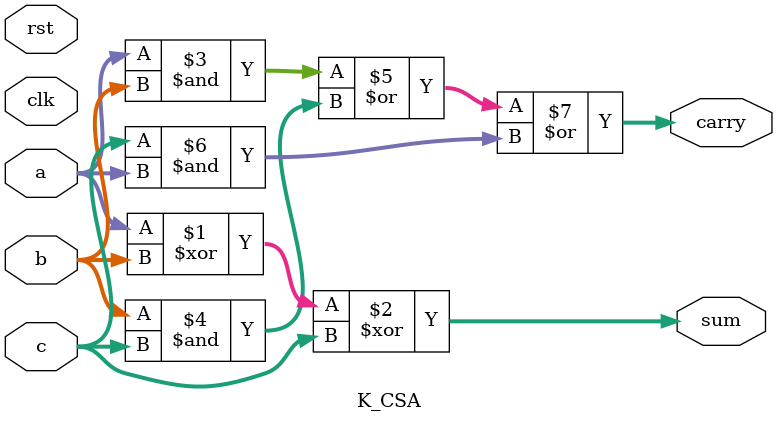
<source format=v>
module K_CSA (
    input clk,rst,
    input  [16:0] a,     // 27-bit input
    input  [16:0] b,     // 27-bit input
    input  [16:0] c,     // 27-bit input
    output [16:0] sum,   // Sum result
    output [16:0] carry  // Carry result
);

    assign sum = a ^ b ^ c;        // Sum without carry propagation
    assign carry = (a & b) | (b & c) | (c & a);  // Carry propagation

endmodule
</source>
